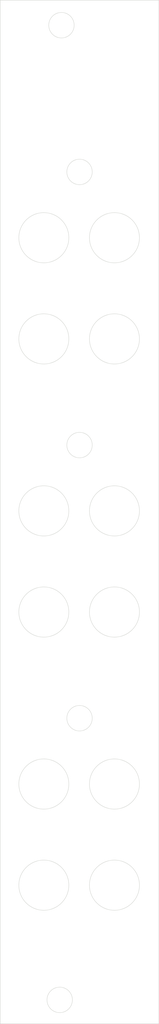
<source format=kicad_pcb>
(kicad_pcb (version 20221018) (generator pcbnew)

  (general
    (thickness 1.6)
  )

  (paper "A4")
  (layers
    (0 "F.Cu" signal)
    (31 "B.Cu" signal)
    (32 "B.Adhes" user "B.Adhesive")
    (33 "F.Adhes" user "F.Adhesive")
    (34 "B.Paste" user)
    (35 "F.Paste" user)
    (36 "B.SilkS" user "B.Silkscreen")
    (37 "F.SilkS" user "F.Silkscreen")
    (38 "B.Mask" user)
    (39 "F.Mask" user)
    (40 "Dwgs.User" user "User.Drawings")
    (41 "Cmts.User" user "User.Comments")
    (42 "Eco1.User" user "User.Eco1")
    (43 "Eco2.User" user "User.Eco2")
    (44 "Edge.Cuts" user)
    (45 "Margin" user)
    (46 "B.CrtYd" user "B.Courtyard")
    (47 "F.CrtYd" user "F.Courtyard")
    (48 "B.Fab" user)
    (49 "F.Fab" user)
    (50 "User.1" user)
    (51 "User.2" user)
    (52 "User.3" user)
    (53 "User.4" user)
    (54 "User.5" user)
    (55 "User.6" user)
    (56 "User.7" user)
    (57 "User.8" user)
    (58 "User.9" user)
  )

  (setup
    (pad_to_mask_clearance 0)
    (aux_axis_origin 100.15 169.21)
    (pcbplotparams
      (layerselection 0x00010fc_ffffffff)
      (plot_on_all_layers_selection 0x0000000_00000000)
      (disableapertmacros false)
      (usegerberextensions false)
      (usegerberattributes true)
      (usegerberadvancedattributes true)
      (creategerberjobfile true)
      (dashed_line_dash_ratio 12.000000)
      (dashed_line_gap_ratio 3.000000)
      (svgprecision 4)
      (plotframeref false)
      (viasonmask false)
      (mode 1)
      (useauxorigin false)
      (hpglpennumber 1)
      (hpglpenspeed 20)
      (hpglpendiameter 15.000000)
      (dxfpolygonmode true)
      (dxfimperialunits true)
      (dxfusepcbnewfont true)
      (psnegative false)
      (psa4output false)
      (plotreference true)
      (plotvalue true)
      (plotinvisibletext false)
      (sketchpadsonfab false)
      (subtractmaskfromsilk false)
      (outputformat 1)
      (mirror false)
      (drillshape 1)
      (scaleselection 1)
      (outputdirectory "")
    )
  )

  (net 0 "")

  (gr_circle (center 107.5 80.52) (end 110.65 80.52)
    (stroke (width 0.05) (type default)) (fill none) (layer "Edge.Cuts") (tstamp 22cc8c5a-5dbd-40ea-b3de-ce9a661c5ebb))
  (gr_circle (center 107.5 102.11) (end 110.65 102.11)
    (stroke (width 0.05) (type default)) (fill none) (layer "Edge.Cuts") (tstamp 2e0a5dea-88bb-45af-bdf0-16488939c4c3))
  (gr_circle (center 112 128.14) (end 113.6 128.14)
    (stroke (width 0.05) (type default)) (fill none) (layer "Edge.Cuts") (tstamp 4121e1ab-de0e-4823-a8ba-784fd700bd06))
  (gr_circle (center 107.5 136.4) (end 110.65 136.4)
    (stroke (width 0.05) (type default)) (fill none) (layer "Edge.Cuts") (tstamp 51ee49cf-1832-4d9c-987f-598485798996))
  (gr_rect (start 102 38) (end 122 166.5)
    (stroke (width 0.05) (type default)) (fill none) (layer "Edge.Cuts") (tstamp 5cb0f8bf-b1c0-41e9-8018-23f653cb00d0))
  (gr_circle (center 116.4 102.11) (end 119.55 102.11)
    (stroke (width 0.05) (type default)) (fill none) (layer "Edge.Cuts") (tstamp 5f5dc071-509e-4d04-ab21-72bfeb0dbddb))
  (gr_circle (center 109.72 41.14) (end 111.32 41.14)
    (stroke (width 0.05) (type default)) (fill none) (layer "Edge.Cuts") (tstamp 64b80535-9ec1-4af8-8d92-bedf4f83b793))
  (gr_circle (center 112 93.85) (end 113.6 93.85)
    (stroke (width 0.05) (type default)) (fill none) (layer "Edge.Cuts") (tstamp 6cfeac1e-e086-4299-9aca-9a0f0644403c))
  (gr_circle (center 112 59.56) (end 113.6 59.56)
    (stroke (width 0.05) (type default)) (fill none) (layer "Edge.Cuts") (tstamp 707640bc-b510-434e-a3ee-6a7d309a878c))
  (gr_circle (center 116.4 67.82) (end 119.55 67.82)
    (stroke (width 0.05) (type default)) (fill none) (layer "Edge.Cuts") (tstamp 851a2c02-1030-455a-ac69-5b87fd6ad87e))
  (gr_circle (center 109.5 163.5) (end 111.1 163.5)
    (stroke (width 0.05) (type default)) (fill none) (layer "Edge.Cuts") (tstamp 9e67604b-72cd-4205-be4a-c5c8089f4ce0))
  (gr_circle (center 107.5 114.81) (end 110.65 114.81)
    (stroke (width 0.05) (type default)) (fill none) (layer "Edge.Cuts") (tstamp a0c71d3b-5c45-44be-b153-bb1bd826f03a))
  (gr_circle (center 116.4 136.4) (end 119.55 136.4)
    (stroke (width 0.05) (type default)) (fill none) (layer "Edge.Cuts") (tstamp bd408e09-c20e-43e8-bcc8-6b3a2671a7ad))
  (gr_circle (center 116.4 114.81) (end 119.55 114.81)
    (stroke (width 0.05) (type default)) (fill none) (layer "Edge.Cuts") (tstamp c78f7f0d-8e69-4449-82d8-185cfec020fd))
  (gr_circle (center 107.5 149.1) (end 110.65 149.1)
    (stroke (width 0.05) (type default)) (fill none) (layer "Edge.Cuts") (tstamp d0830b25-74ce-41e4-8d01-66037614ff58))
  (gr_circle (center 107.5 67.82) (end 110.65 67.82)
    (stroke (width 0.05) (type default)) (fill none) (layer "Edge.Cuts") (tstamp d76ce511-8569-4a73-9f24-b15e50b4665a))
  (gr_circle (center 116.4 149.1) (end 119.55 149.1)
    (stroke (width 0.05) (type default)) (fill none) (layer "Edge.Cuts") (tstamp df7a1634-8dd5-4f93-a38e-9d49f3da0b75))
  (gr_circle (center 116.4 80.52) (end 119.55 80.52)
    (stroke (width 0.05) (type default)) (fill none) (layer "Edge.Cuts") (tstamp f3301e0b-dab7-4b6d-966c-8ce699160e85))

)

</source>
